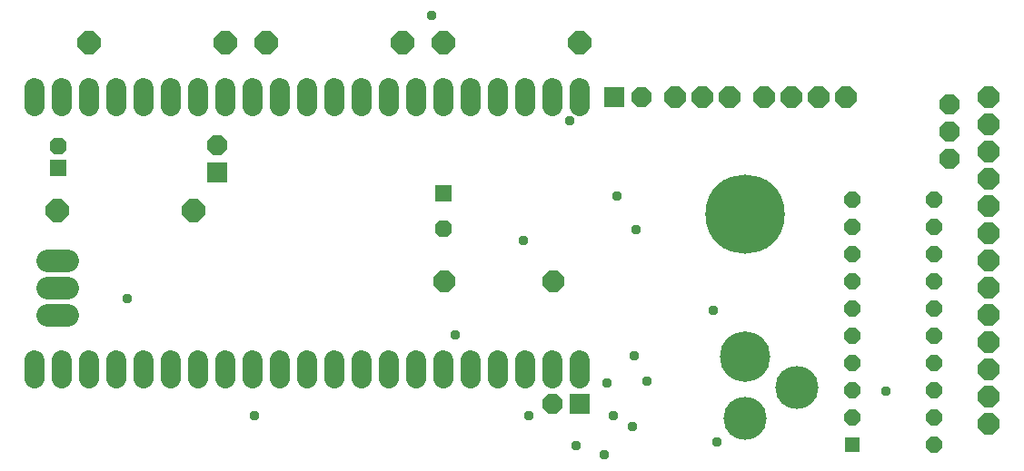
<source format=gbr>
G04 EAGLE Gerber RS-274X export*
G75*
%MOMM*%
%FSLAX34Y34*%
%LPD*%
%INSoldermask Bottom*%
%IPPOS*%
%AMOC8*
5,1,8,0,0,1.08239X$1,22.5*%
G01*
%ADD10C,7.403200*%
%ADD11C,4.703200*%
%ADD12C,4.013200*%
%ADD13C,1.903200*%
%ADD14P,2.144431X8X112.500000*%
%ADD15P,2.309387X8X202.500000*%
%ADD16P,2.144431X8X22.500000*%
%ADD17P,2.144431X8X292.500000*%
%ADD18P,2.034460X8X292.500000*%
%ADD19P,2.168244X8X202.500000*%
%ADD20P,2.060005X8X292.500000*%
%ADD21R,1.903200X1.903200*%
%ADD22R,1.473200X1.473200*%
%ADD23P,1.594577X8X292.500000*%
%ADD24P,2.060005X8X22.500000*%
%ADD25C,2.103119*%
%ADD26R,1.563200X1.563200*%
%ADD27P,1.691992X8X292.500000*%
%ADD28P,2.060005X8X202.500000*%
%ADD29C,0.953200*%


D10*
X408000Y18000D03*
D11*
X408000Y-115000D03*
D12*
X408000Y-173000D03*
X456000Y-144000D03*
D13*
X254000Y118500D02*
X254000Y135500D01*
X228600Y135500D02*
X228600Y118500D01*
X203200Y118500D02*
X203200Y135500D01*
X177800Y135500D02*
X177800Y118500D01*
X152400Y118500D02*
X152400Y135500D01*
X127000Y135500D02*
X127000Y118500D01*
X101600Y118500D02*
X101600Y135500D01*
X76200Y135500D02*
X76200Y118500D01*
X50800Y118500D02*
X50800Y135500D01*
X25400Y135500D02*
X25400Y118500D01*
X0Y118500D02*
X0Y135500D01*
X-25400Y135500D02*
X-25400Y118500D01*
X-50800Y118500D02*
X-50800Y135500D01*
X-76200Y135500D02*
X-76200Y118500D01*
X-101600Y118500D02*
X-101600Y135500D01*
X-127000Y135500D02*
X-127000Y118500D01*
X-152400Y118500D02*
X-152400Y135500D01*
X-177800Y135500D02*
X-177800Y118500D01*
X-203200Y118500D02*
X-203200Y135500D01*
X-228600Y135500D02*
X-228600Y118500D01*
X-254000Y118500D02*
X-254000Y135500D01*
X-254000Y-118500D02*
X-254000Y-135500D01*
X-228600Y-135500D02*
X-228600Y-118500D01*
X-203200Y-118500D02*
X-203200Y-135500D01*
X-177800Y-135500D02*
X-177800Y-118500D01*
X-152400Y-118500D02*
X-152400Y-135500D01*
X-127000Y-135500D02*
X-127000Y-118500D01*
X-101600Y-118500D02*
X-101600Y-135500D01*
X-76200Y-135500D02*
X-76200Y-118500D01*
X-50800Y-118500D02*
X-50800Y-135500D01*
X-25400Y-135500D02*
X-25400Y-118500D01*
X0Y-118500D02*
X0Y-135500D01*
X25400Y-135500D02*
X25400Y-118500D01*
X50800Y-118500D02*
X50800Y-135500D01*
X76200Y-135500D02*
X76200Y-118500D01*
X101600Y-118500D02*
X101600Y-135500D01*
X127000Y-135500D02*
X127000Y-118500D01*
X152400Y-118500D02*
X152400Y-135500D01*
X177800Y-135500D02*
X177800Y-118500D01*
X203200Y-118500D02*
X203200Y-135500D01*
X228600Y-135500D02*
X228600Y-118500D01*
X254000Y-118500D02*
X254000Y-135500D01*
D14*
X342900Y127000D03*
X368300Y127000D03*
X393700Y127000D03*
D15*
X254000Y177800D03*
X127000Y177800D03*
X88900Y177800D03*
X-38100Y177800D03*
X-76200Y177800D03*
X-203200Y177800D03*
D16*
X635000Y127000D03*
X635000Y101600D03*
X635000Y76200D03*
X635000Y50800D03*
X635000Y25400D03*
X635000Y0D03*
X635000Y-25400D03*
X635000Y-50800D03*
X635000Y-76200D03*
X635000Y-101600D03*
X635000Y-127000D03*
X635000Y-152400D03*
X635000Y-177800D03*
D17*
X501650Y127000D03*
X476250Y127000D03*
X450850Y127000D03*
X425450Y127000D03*
D18*
X598600Y120250D03*
X598600Y94850D03*
X598600Y69450D03*
D19*
X229250Y-44900D03*
X127650Y-44900D03*
D20*
X-84000Y82350D03*
D21*
X-84000Y56950D03*
D22*
X508000Y-196850D03*
D23*
X508000Y31750D03*
X508000Y6350D03*
X508000Y-19050D03*
X508000Y-44450D03*
X508000Y-69850D03*
X508000Y-95250D03*
X508000Y-120650D03*
X508000Y-146050D03*
X508000Y-171450D03*
X584200Y-171450D03*
X584200Y-146050D03*
X584200Y-120650D03*
X584200Y-95250D03*
X584200Y-69850D03*
X584200Y-44450D03*
X584200Y-196850D03*
X584200Y-19050D03*
X584200Y6350D03*
X584200Y31750D03*
D24*
X228600Y-158750D03*
D21*
X254000Y-158750D03*
D25*
X-223300Y-25600D02*
X-242300Y-25600D01*
X-242300Y-51000D02*
X-223300Y-51000D01*
X-223300Y-76400D02*
X-242300Y-76400D01*
D26*
X127000Y37500D03*
D27*
X127000Y4500D03*
D26*
X-232000Y61000D03*
D27*
X-232000Y81000D03*
D28*
X311150Y127000D03*
D21*
X285750Y127000D03*
D15*
X-105500Y21000D03*
X-232500Y21000D03*
D29*
X116290Y202860D03*
X279400Y-139700D03*
X304800Y-114300D03*
X250250Y-197750D03*
X285250Y-169750D03*
X-49000Y-169750D03*
X206500Y-169750D03*
X316750Y-138250D03*
X381500Y-194250D03*
X-167890Y-61250D03*
X306250Y3500D03*
X539000Y-147000D03*
X378000Y-71750D03*
X138250Y-94500D03*
X302750Y-180250D03*
X276500Y-206500D03*
X288750Y35000D03*
X245000Y105000D03*
X201250Y-7000D03*
M02*

</source>
